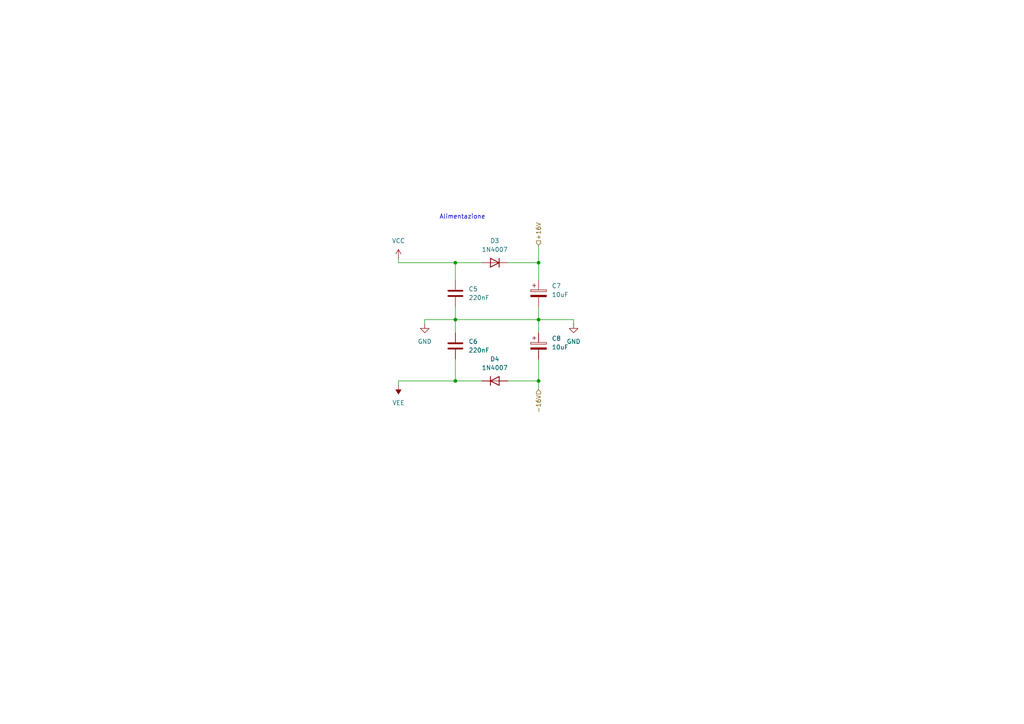
<source format=kicad_sch>
(kicad_sch (version 20231120) (generator "eeschema") (generator_version "8.0")
  (paper "A4")
  (lib_symbols
    (symbol "Device:C" (pin_numbers hide) (pin_names (offset 0.254))
      (property "Reference" "C" (at 0.635 2.54 0))
      (property "Value" "C" (at 0.635 -2.54 0))
      (symbol "C_0_1"
        (polyline (pts (xy -2.032 -0.762) (xy 2.032 -0.762)) (stroke (width 0.508)))
        (polyline (pts (xy -2.032 0.762) (xy 2.032 0.762)) (stroke (width 0.508)))
      )
      (symbol "C_1_1"
        (pin passive line (at 0 3.81 270) (length 2.794) (name "~") (number "1"))
        (pin passive line (at 0 -3.81 90) (length 2.794) (name "~") (number "2"))
      )
    )
    (symbol "Device:C_Polarized" (pin_numbers hide) (pin_names (offset 0.254))
      (property "Reference" "C" (at 0.635 2.54 0))
      (property "Value" "C_Polarized" (at 0.635 -2.54 0))
      (symbol "C_Polarized_0_1"
        (rectangle (start -2.286 0.508) (end 2.286 1.016))
        (polyline (pts (xy -1.778 2.286) (xy -0.762 2.286)))
        (polyline (pts (xy -1.27 2.794) (xy -1.27 1.778)))
        (rectangle (start 2.286 -0.508) (end -2.286 -1.016) (fill (type outline)))
      )
      (symbol "C_Polarized_1_1"
        (pin passive line (at 0 3.81 270) (length 2.794) (name "~") (number "1"))
        (pin passive line (at 0 -3.81 90) (length 2.794) (name "~") (number "2"))
      )
    )
    (symbol "Diode:1N4007" (pin_numbers hide) (pin_names hide)
      (property "Reference" "D" (at 0 2.54 0))
      (property "Value" "1N4007" (at 0 -2.54 0))
      (symbol "1N4007_0_1"
        (polyline (pts (xy -1.27 1.27) (xy -1.27 -1.27)) (stroke (width 0.254)))
        (polyline (pts (xy 1.27 0) (xy -1.27 0)))
        (polyline (pts (xy 1.27 1.27) (xy 1.27 -1.27) (xy -1.27 0) (xy 1.27 1.27)) (stroke (width 0.254)))
      )
      (symbol "1N4007_1_1"
        (pin passive line (at -3.81 0 0) (length 2.54) (name "K") (number "1"))
        (pin passive line (at 3.81 0 180) (length 2.54) (name "A") (number "2"))
      )
    )
    (symbol "power:GND" (power) (pin_numbers hide) (pin_names (offset 0) hide)
      (property "Value" "GND" (at 0 -3.81 0))
      (symbol "GND_0_1"
        (polyline (pts (xy 0 0) (xy 0 -1.27) (xy 1.27 -1.27) (xy 0 -2.54) (xy -1.27 -1.27) (xy 0 -1.27)))
      )
      (symbol "GND_1_1"
        (pin power_in line (at 0 0 270) (length 0) (name "~") (number "1"))
      )
    )
    (symbol "power:VCC" (power) (pin_numbers hide) (pin_names (offset 0) hide)
      (property "Value" "VCC" (at 0 3.556 0))
      (symbol "VCC_0_1"
        (polyline (pts (xy -0.762 1.27) (xy 0 2.54)))
        (polyline (pts (xy 0 0) (xy 0 2.54)))
        (polyline (pts (xy 0 2.54) (xy 0.762 1.27)))
      )
      (symbol "VCC_1_1"
        (pin power_in line (at 0 0 90) (length 0) (name "~") (number "1"))
      )
    )
    (symbol "power:VEE" (power) (pin_numbers hide) (pin_names (offset 0) hide)
      (property "Value" "VEE" (at 0 3.556 0))
      (symbol "VEE_0_1"
        (polyline (pts (xy 0 0) (xy 0 2.54)))
        (polyline (pts (xy 0.762 1.27) (xy -0.762 1.27) (xy 0 2.54) (xy 0.762 1.27)) (fill (type outline)))
      )
      (symbol "VEE_1_1"
        (pin power_in line (at 0 0 90) (length 0) (name "~") (number "1"))
      )
    )
  )
  (junction (at 156.21 92.71))
  (junction (at 156.21 110.49))
  (junction (at 132.08 110.49))
  (junction (at 132.08 92.71))
  (junction (at 132.08 76.2))
  (junction (at 156.21 76.2))
  (wire (pts (xy 115.57 74.93) (xy 115.57 76.2)))
  (wire (pts (xy 132.08 88.9) (xy 132.08 92.71)))
  (wire (pts (xy 156.21 71.12) (xy 156.21 76.2)))
  (wire (pts (xy 115.57 110.49) (xy 132.08 110.49)))
  (wire (pts (xy 123.19 93.98) (xy 123.19 92.71)))
  (wire (pts (xy 132.08 92.71) (xy 132.08 96.52)))
  (wire (pts (xy 156.21 104.14) (xy 156.21 110.49)))
  (wire (pts (xy 156.21 110.49) (xy 156.21 113.03)))
  (wire (pts (xy 156.21 110.49) (xy 147.32 110.49)))
  (wire (pts (xy 156.21 81.28) (xy 156.21 76.2)))
  (wire (pts (xy 132.08 104.14) (xy 132.08 110.49)))
  (wire (pts (xy 166.37 93.98) (xy 166.37 92.71)))
  (wire (pts (xy 132.08 110.49) (xy 139.7 110.49)))
  (wire (pts (xy 132.08 81.28) (xy 132.08 76.2)))
  (wire (pts (xy 132.08 76.2) (xy 139.7 76.2)))
  (wire (pts (xy 156.21 92.71) (xy 156.21 96.52)))
  (wire (pts (xy 156.21 88.9) (xy 156.21 92.71)))
  (wire (pts (xy 156.21 92.71) (xy 166.37 92.71)))
  (wire (pts (xy 115.57 76.2) (xy 132.08 76.2)))
  (wire (pts (xy 147.32 76.2) (xy 156.21 76.2)))
  (wire (pts (xy 123.19 92.71) (xy 132.08 92.71)))
  (wire (pts (xy 132.08 92.71) (xy 156.21 92.71)))
  (wire (pts (xy 115.57 111.76) (xy 115.57 110.49)))
  (text "Alimentazione" (at 134.112 62.992 0) (effects (font (size 1.27 1.27))))
  (hierarchical_label "-16V" (shape input) (at 156.21 113.03 270))
  (hierarchical_label "+16V" (shape input) (at 156.21 71.12 90))
  (symbol (lib_id "Device:C_Polarized") (at 156.21 85.09 0) (unit 1)
    (property "Reference" "C7" (at 160.02 82.9309 0) (effects (justify left)))
    (property "Value" "10uF" (at 160.02 85.4709 0) (effects (justify left)))
    (property "Footprint" "Capacitor_Tantalum_SMD:CP_EIA-3528-21_Kemet-B" (effects (hide yes)))
    (property "Description" "Polarized capacitor" (effects (hide yes)))
  )
  (symbol (lib_id "Device:C") (at 132.08 85.09 0) (unit 1)
    (property "Reference" "C5" (at 135.89 83.8199 0) (effects (justify left)))
    (property "Value" "220nF" (at 135.89 86.3599 0) (effects (justify left)))
    (property "Footprint" "Capacitor_SMD:C_0201_0603Metric" (effects (hide yes)))
    (property "Description" "Unpolarized capacitor" (effects (hide yes)))
  )
  (symbol (lib_id "power:GND") (at 166.37 93.98 0) (unit 1)
    (property "Reference" "#PWR09" (effects (hide yes)))
    (property "Value" "GND" (at 166.37 99.06 0))
    (property "Description" "Power symbol creates a global label with name \"GND\" , ground" (effects (hide yes)))
  )
  (symbol (lib_id "Device:C") (at 132.08 100.33 0) (unit 1)
    (property "Reference" "C6" (at 135.89 99.0599 0) (effects (justify left)))
    (property "Value" "220nF" (at 135.89 101.5999 0) (effects (justify left)))
    (property "Footprint" "Capacitor_SMD:C_0201_0603Metric" (effects (hide yes)))
    (property "Description" "Unpolarized capacitor" (effects (hide yes)))
  )
  (symbol (lib_id "Device:C_Polarized") (at 156.21 100.33 0) (unit 1)
    (property "Reference" "C8" (at 160.02 98.1709 0) (effects (justify left)))
    (property "Value" "10uF" (at 160.02 100.7109 0) (effects (justify left)))
    (property "Footprint" "Capacitor_Tantalum_SMD:CP_EIA-3528-21_Kemet-B" (effects (hide yes)))
    (property "Description" "Polarized capacitor" (effects (hide yes)))
  )
  (symbol (lib_id "power:VEE") (at 115.57 111.76 180) (unit 1)
    (property "Reference" "#PWR07" (effects (hide yes)))
    (property "Value" "VEE" (at 115.57 116.84 0))
    (property "Description" "Power symbol creates a global label with name \"VEE\"" (effects (hide yes)))
  )
  (symbol (lib_id "power:GND") (at 123.19 93.98 0) (unit 1)
    (property "Reference" "#PWR08" (effects (hide yes)))
    (property "Value" "GND" (at 123.19 99.06 0))
    (property "Description" "Power symbol creates a global label with name \"GND\" , ground" (effects (hide yes)))
  )
  (symbol (lib_id "power:VCC") (at 115.57 74.93 0) (unit 1)
    (property "Reference" "#PWR06" (effects (hide yes)))
    (property "Value" "VCC" (at 115.57 69.85 0))
    (property "Description" "Power symbol creates a global label with name \"VCC\"" (effects (hide yes)))
  )
  (symbol (lib_id "Diode:1N4007") (at 143.51 76.2 180) (unit 1)
    (property "Reference" "D3" (at 143.51 69.85 0))
    (property "Value" "1N4007" (at 143.51 72.39 0))
    (property "Footprint" "Diode_SMD:D_SMA" (effects (hide yes)))
    (property "Datasheet" "http://www.vishay.com/docs/88503/1n4001.pdf" (effects (hide yes)))
    (property "Description" "1000V 1A General Purpose Rectifier Diode, DO-41" (effects (hide yes)))
    (property "Sim.Device" "D" (effects (hide yes)))
    (property "Sim.Pins" "1=K 2=A" (effects (hide yes)))
  )
  (symbol (lib_id "Diode:1N4007") (at 143.51 110.49 0) (unit 1)
    (property "Reference" "D4" (at 143.51 104.14 0))
    (property "Value" "1N4007" (at 143.51 106.68 0))
    (property "Footprint" "Diode_SMD:D_SMA" (effects (hide yes)))
    (property "Datasheet" "http://www.vishay.com/docs/88503/1n4001.pdf" (effects (hide yes)))
    (property "Description" "1000V 1A General Purpose Rectifier Diode, DO-41" (effects (hide yes)))
    (property "Sim.Device" "D" (effects (hide yes)))
    (property "Sim.Pins" "1=K 2=A" (effects (hide yes)))
  )
)
</source>
